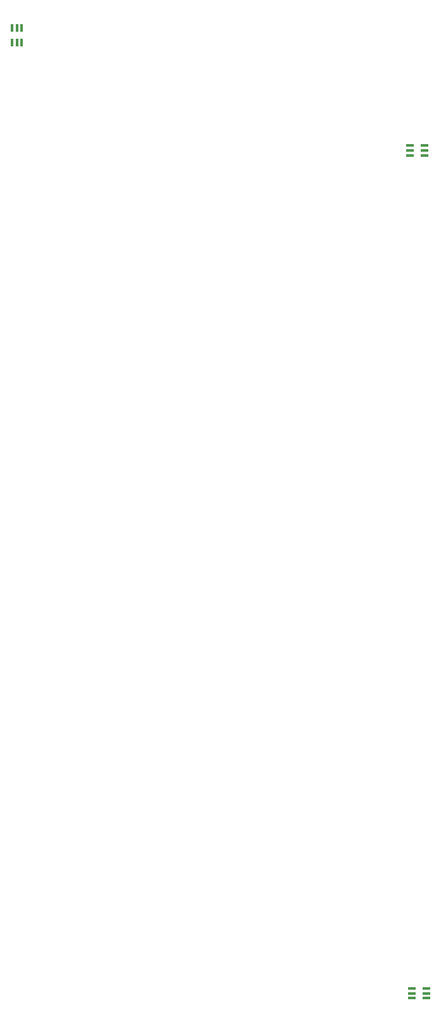
<source format=gbr>
%TF.GenerationSoftware,Altium Limited,Altium Designer,24.5.1 (21)*%
G04 Layer_Color=8421504*
%FSLAX45Y45*%
%MOMM*%
%TF.SameCoordinates,8E29BE87-1CC9-43BB-A625-A17C5A0C5C18*%
%TF.FilePolarity,Positive*%
%TF.FileFunction,Paste,Top*%
%TF.Part,Single*%
G01*
G75*
%TA.AperFunction,SMDPad,CuDef*%
%ADD11R,0.40000X1.00000*%
%ADD12R,1.00000X0.40000*%
D11*
X17839999Y13674998D02*
D03*
X17775002D02*
D03*
X17709998D02*
D03*
Y13874998D02*
D03*
X17775002D02*
D03*
X17839999D02*
D03*
D12*
X23024998Y12305000D02*
D03*
Y12240001D02*
D03*
Y12174997D02*
D03*
X23224998D02*
D03*
Y12240001D02*
D03*
Y12305000D02*
D03*
X23050002Y1065002D02*
D03*
Y999998D02*
D03*
Y934999D02*
D03*
X23250002D02*
D03*
Y999998D02*
D03*
Y1065002D02*
D03*
%TF.MD5,8c38126ee74b132ae4028be6bcdb1b93*%
M02*

</source>
